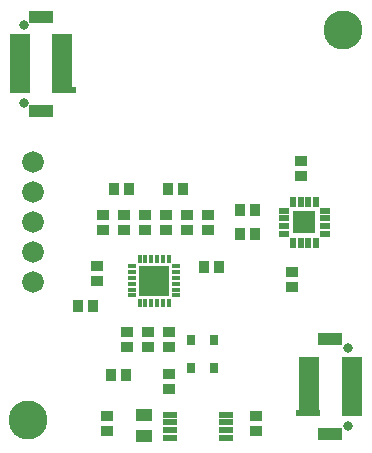
<source format=gbs>
G75*
G70*
%OFA0B0*%
%FSLAX24Y24*%
%IPPOS*%
%LPD*%
%AMOC8*
5,1,8,0,0,1.08239X$1,22.5*
%
%ADD10C,0.1300*%
%ADD11R,0.0434X0.0356*%
%ADD12R,0.0356X0.0434*%
%ADD13R,0.0769X0.0769*%
%ADD14R,0.0226X0.0336*%
%ADD15R,0.0336X0.0226*%
%ADD16R,0.0178X0.0277*%
%ADD17R,0.0277X0.0178*%
%ADD18R,0.0986X0.0986*%
%ADD19R,0.0277X0.0356*%
%ADD20C,0.0330*%
%ADD21R,0.0789X0.0395*%
%ADD22R,0.0710X0.0198*%
%ADD23R,0.0789X0.0198*%
%ADD24C,0.0720*%
%ADD25R,0.0482X0.0241*%
%ADD26R,0.0552X0.0395*%
D10*
X001202Y001212D03*
X011702Y014212D03*
D11*
X010302Y009868D03*
X010302Y009356D03*
X010002Y006168D03*
X010002Y005656D03*
X007202Y007556D03*
X007202Y008068D03*
X006502Y008068D03*
X006502Y007556D03*
X005802Y007556D03*
X005802Y008068D03*
X005102Y008068D03*
X005102Y007556D03*
X004402Y007556D03*
X004402Y008068D03*
X003702Y008068D03*
X003702Y007556D03*
X003502Y006368D03*
X003502Y005856D03*
X004502Y004168D03*
X004502Y003656D03*
X005202Y003656D03*
X005202Y004168D03*
X005902Y004168D03*
X005902Y003656D03*
X005902Y002768D03*
X005902Y002256D03*
X003814Y001368D03*
X003814Y000856D03*
X008802Y000856D03*
X008802Y001368D03*
D12*
X007557Y006312D03*
X007046Y006312D03*
X008246Y007412D03*
X008757Y007412D03*
X008757Y008212D03*
X008246Y008212D03*
X006357Y008912D03*
X005846Y008912D03*
X004557Y008912D03*
X004046Y008912D03*
X003357Y005012D03*
X002846Y005012D03*
X003946Y002712D03*
X004457Y002712D03*
D13*
X010402Y007812D03*
D14*
X010530Y007123D03*
X010785Y007123D03*
X010274Y007123D03*
X010018Y007123D03*
X010018Y008501D03*
X010274Y008501D03*
X010530Y008501D03*
X010785Y008501D03*
D15*
X011091Y008196D03*
X011091Y007940D03*
X011091Y007684D03*
X011091Y007428D03*
X009713Y007428D03*
X009713Y007684D03*
X009713Y007940D03*
X009713Y008196D03*
D16*
X005894Y006590D03*
X005697Y006590D03*
X005500Y006590D03*
X005303Y006590D03*
X005106Y006590D03*
X004909Y006590D03*
X004909Y005133D03*
X005106Y005133D03*
X005303Y005133D03*
X005500Y005133D03*
X005697Y005133D03*
X005894Y005133D03*
D17*
X006130Y005370D03*
X006130Y005566D03*
X006130Y005763D03*
X006130Y005960D03*
X006130Y006157D03*
X006130Y006354D03*
X004673Y006354D03*
X004673Y006157D03*
X004673Y005960D03*
X004673Y005763D03*
X004673Y005566D03*
X004673Y005370D03*
D18*
X005402Y005862D03*
D19*
X006628Y003884D03*
X007376Y003884D03*
X007376Y002939D03*
X006628Y002939D03*
D20*
X011862Y003631D03*
X011862Y003631D03*
X011862Y001032D03*
X011862Y001032D03*
X001041Y011792D03*
X001041Y011792D03*
X001041Y014391D03*
X001041Y014391D03*
D21*
X001632Y014666D03*
X001632Y011517D03*
X011272Y003906D03*
X011272Y000757D03*
D22*
X011980Y001446D03*
X011980Y001643D03*
X011980Y001840D03*
X011980Y002036D03*
X011980Y002233D03*
X011980Y002430D03*
X011980Y002627D03*
X011980Y002824D03*
X011980Y003021D03*
X011980Y003217D03*
X010563Y003217D03*
X010563Y003021D03*
X010563Y002824D03*
X010563Y002627D03*
X010563Y002430D03*
X010563Y002233D03*
X010563Y002036D03*
X010563Y001840D03*
X010563Y001643D03*
X002340Y012403D03*
X002340Y012600D03*
X002340Y012796D03*
X002340Y012993D03*
X002340Y013190D03*
X002340Y013387D03*
X002340Y013584D03*
X002340Y013781D03*
X002340Y013977D03*
X000923Y013977D03*
X000923Y013781D03*
X000923Y013584D03*
X000923Y013387D03*
X000923Y013190D03*
X000923Y012993D03*
X000923Y012796D03*
X000923Y012600D03*
X000923Y012403D03*
X000923Y012206D03*
D23*
X002380Y012206D03*
X010524Y001446D03*
D24*
X001352Y005812D03*
X001352Y006812D03*
X001352Y007812D03*
X001352Y008812D03*
X001352Y009812D03*
D25*
X005907Y001396D03*
X005907Y001140D03*
X005907Y000884D03*
X005907Y000628D03*
X007796Y000628D03*
X007796Y000884D03*
X007796Y001140D03*
X007796Y001396D03*
D26*
X005057Y001384D03*
X005057Y000676D03*
M02*

</source>
